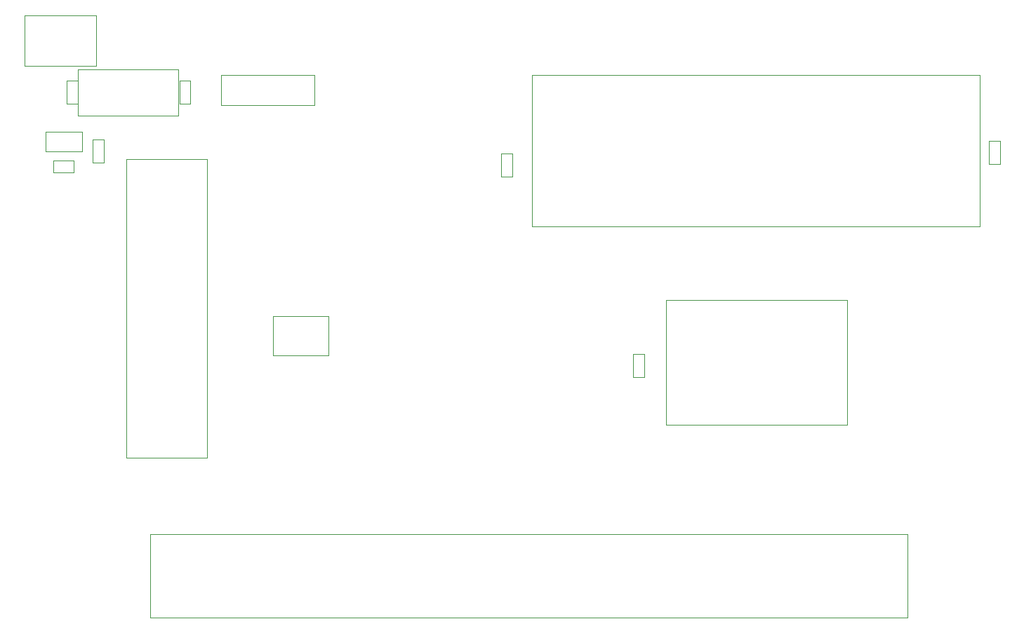
<source format=gbr>
G04 #@! TF.FileFunction,Other,User*
%FSLAX46Y46*%
G04 Gerber Fmt 4.6, Leading zero omitted, Abs format (unit mm)*
G04 Created by KiCad (PCBNEW 4.0.7) date 07/29/18 09:02:33*
%MOMM*%
%LPD*%
G01*
G04 APERTURE LIST*
%ADD10C,0.100000*%
%ADD11C,0.050000*%
G04 APERTURE END LIST*
D10*
D11*
X107480300Y-62535400D02*
X161480300Y-62535400D01*
X161480300Y-62535400D02*
X161480300Y-44185400D01*
X161480300Y-44185400D02*
X107480300Y-44185400D01*
X107480300Y-44185400D02*
X107480300Y-62535400D01*
X55768000Y-52028900D02*
X55768000Y-54828900D01*
X55768000Y-52028900D02*
X54468000Y-52028900D01*
X54468000Y-54828900D02*
X55768000Y-54828900D01*
X54468000Y-54828900D02*
X54468000Y-52028900D01*
X52618400Y-44891500D02*
X52618400Y-47691500D01*
X52618400Y-44891500D02*
X51318400Y-44891500D01*
X51318400Y-47691500D02*
X52618400Y-47691500D01*
X51318400Y-47691500D02*
X51318400Y-44891500D01*
X64920100Y-47729600D02*
X64920100Y-44929600D01*
X64920100Y-47729600D02*
X66220100Y-47729600D01*
X66220100Y-44929600D02*
X64920100Y-44929600D01*
X66220100Y-44929600D02*
X66220100Y-47729600D01*
X82895180Y-78107400D02*
X76195180Y-78107400D01*
X82895180Y-78107400D02*
X82895180Y-73337400D01*
X76195180Y-73337400D02*
X76195180Y-78107400D01*
X76195180Y-73337400D02*
X82895180Y-73337400D01*
X162570400Y-55006700D02*
X162570400Y-52206700D01*
X162570400Y-55006700D02*
X163870400Y-55006700D01*
X163870400Y-52206700D02*
X162570400Y-52206700D01*
X163870400Y-52206700D02*
X163870400Y-55006700D01*
X119659640Y-80693720D02*
X119659640Y-77893720D01*
X119659640Y-80693720D02*
X120959640Y-80693720D01*
X120959640Y-77893720D02*
X119659640Y-77893720D01*
X120959640Y-77893720D02*
X120959640Y-80693720D01*
X103754160Y-56467200D02*
X103754160Y-53667200D01*
X103754160Y-56467200D02*
X105054160Y-56467200D01*
X105054160Y-53667200D02*
X103754160Y-53667200D01*
X105054160Y-53667200D02*
X105054160Y-56467200D01*
X48739700Y-51123200D02*
X53139700Y-51123200D01*
X53139700Y-51123200D02*
X53139700Y-53423200D01*
X53139700Y-53423200D02*
X48739700Y-53423200D01*
X48739700Y-51123200D02*
X48739700Y-53423200D01*
X69955000Y-47862900D02*
X81155000Y-47862900D01*
X81155000Y-47862900D02*
X81155000Y-44262900D01*
X81155000Y-44262900D02*
X69955000Y-44262900D01*
X69955000Y-44262900D02*
X69955000Y-47862900D01*
X49689700Y-54595800D02*
X52189700Y-54595800D01*
X49689700Y-54595800D02*
X49689700Y-55995800D01*
X52189700Y-55995800D02*
X52189700Y-54595800D01*
X52189700Y-55995800D02*
X49689700Y-55995800D01*
X64788600Y-49129600D02*
X64788600Y-43529600D01*
X64788600Y-43529600D02*
X52688600Y-43529600D01*
X52688600Y-43529600D02*
X52688600Y-49129600D01*
X52688600Y-49129600D02*
X64788600Y-49129600D01*
X58470620Y-54368100D02*
X58470620Y-90468100D01*
X58470620Y-90468100D02*
X68270620Y-90468100D01*
X68270620Y-90468100D02*
X68270620Y-54368100D01*
X68270620Y-54368100D02*
X58470620Y-54368100D01*
X61411100Y-99673600D02*
X152711100Y-99673600D01*
X61411100Y-99673600D02*
X61411100Y-109773600D01*
X152711100Y-109773600D02*
X152711100Y-99673600D01*
X152711100Y-109773600D02*
X61411100Y-109773600D01*
X123575700Y-86503200D02*
X145435700Y-86503200D01*
X123575700Y-71383200D02*
X145435700Y-71383200D01*
X123575700Y-86503200D02*
X123575700Y-71383200D01*
X145435700Y-86503200D02*
X145435700Y-71383200D01*
X54880000Y-37010000D02*
X46230000Y-37010000D01*
X46230000Y-37010000D02*
X46230000Y-43160000D01*
X46230000Y-43160000D02*
X54880000Y-43160000D01*
X54880000Y-43160000D02*
X54880000Y-37010000D01*
M02*

</source>
